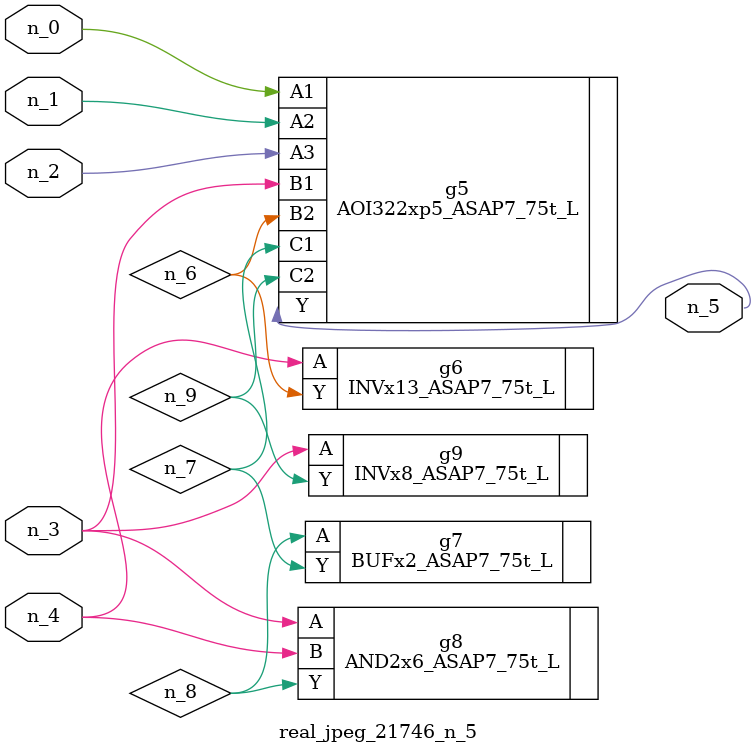
<source format=v>
module real_jpeg_21746_n_5 (n_4, n_0, n_1, n_2, n_3, n_5);

input n_4;
input n_0;
input n_1;
input n_2;
input n_3;

output n_5;

wire n_8;
wire n_6;
wire n_7;
wire n_9;

AOI322xp5_ASAP7_75t_L g5 ( 
.A1(n_0),
.A2(n_1),
.A3(n_2),
.B1(n_3),
.B2(n_6),
.C1(n_7),
.C2(n_9),
.Y(n_5)
);

AND2x6_ASAP7_75t_L g8 ( 
.A(n_3),
.B(n_4),
.Y(n_8)
);

INVx8_ASAP7_75t_L g9 ( 
.A(n_3),
.Y(n_9)
);

INVx13_ASAP7_75t_L g6 ( 
.A(n_4),
.Y(n_6)
);

BUFx2_ASAP7_75t_L g7 ( 
.A(n_8),
.Y(n_7)
);


endmodule
</source>
